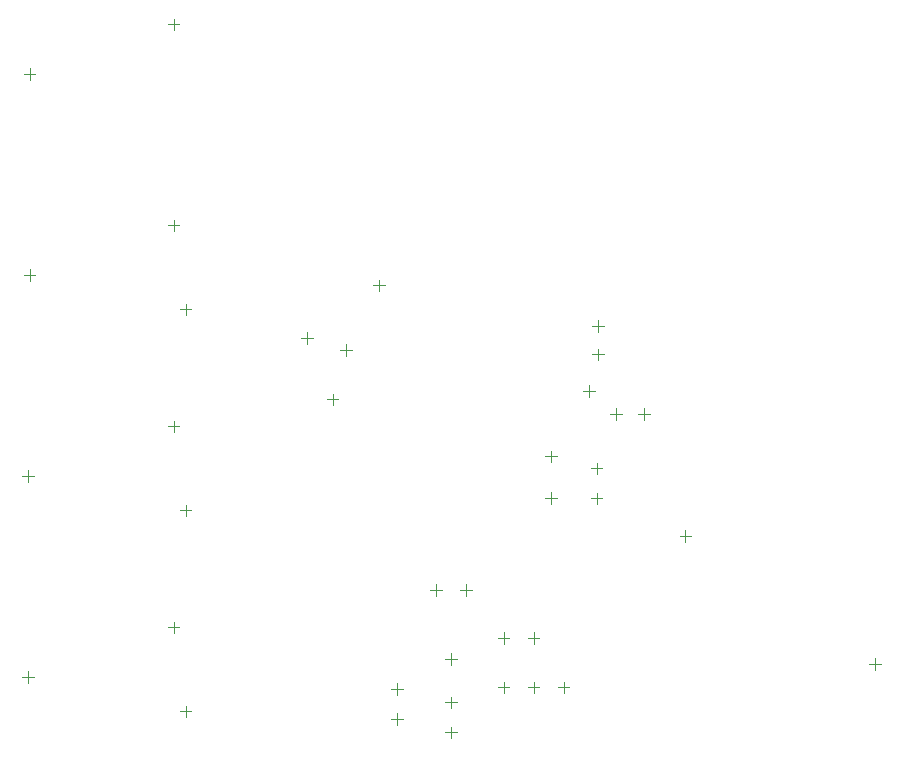
<source format=gbr>
%TF.GenerationSoftware,Altium Limited,Altium Designer,24.9.1 (31)*%
G04 Layer_Color=16711935*
%FSLAX45Y45*%
%MOMM*%
%TF.SameCoordinates,E37428AF-A4AF-452D-A059-51B4F3D01195*%
%TF.FilePolarity,Positive*%
%TF.FileFunction,Other,Top_Component_Center*%
%TF.Part,Single*%
G01*
G75*
%TA.AperFunction,NonConductor*%
%ADD51C,0.10000*%
D51*
X11176803Y7924800D02*
X11276802D01*
X11226800Y7874803D02*
Y7974802D01*
X14719299Y7493803D02*
Y7593802D01*
X14669302Y7543800D02*
X14769302D01*
X15060001Y7040000D02*
X15160001D01*
X15110001Y6990000D02*
Y7090000D01*
X14820000Y7041539D02*
X14920000D01*
X14870000Y6991539D02*
Y7091539D01*
X15410001Y6010000D02*
X15510001D01*
X15460001Y5960000D02*
Y6060000D01*
X14656602Y6324600D02*
X14756602D01*
X14706599Y6274603D02*
Y6374602D01*
X14270000Y6330000D02*
X14370000D01*
X14320000Y6280000D02*
Y6380000D01*
X9893300Y6465103D02*
Y6565102D01*
X9843303Y6515100D02*
X9943302D01*
X9906000Y9868703D02*
Y9968702D01*
X9856003Y9918700D02*
X9956002D01*
X11226800Y4471203D02*
Y4571202D01*
X11176803Y4521200D02*
X11276802D01*
X11226800Y6173003D02*
Y6273002D01*
X11176803Y6223000D02*
X11276802D01*
X9843303Y4813300D02*
X9943302D01*
X9893300Y4763303D02*
Y4863302D01*
X9856003Y8216900D02*
X9956002D01*
X9906000Y8166903D02*
Y8266902D01*
X11075203Y5232400D02*
X11175202D01*
X11125200Y5182403D02*
Y5282402D01*
X11075203Y6934200D02*
X11175202D01*
X11125200Y6884203D02*
Y6984202D01*
X11075203Y8636000D02*
X11175202D01*
X11125200Y8586003D02*
Y8686002D01*
X11075203Y10337800D02*
X11175202D01*
X11125200Y10287803D02*
Y10387802D01*
X14706599Y6528603D02*
Y6628602D01*
X14656602Y6578600D02*
X14756602D01*
X14270003Y6680000D02*
X14370003D01*
X14320000Y6630003D02*
Y6730003D01*
X12535703Y7581900D02*
X12635702D01*
X12585700Y7531903D02*
Y7631902D01*
X14643100Y7183603D02*
Y7283602D01*
X14593103Y7233600D02*
X14693102D01*
X14123203Y4724400D02*
X14223203D01*
X14173199Y4674403D02*
Y4774402D01*
X17066798Y4871700D02*
Y4971699D01*
X17016801Y4921702D02*
X17116801D01*
X13424702Y4965700D02*
X13524702D01*
X13474699Y4915703D02*
Y5015702D01*
X14173199Y5093503D02*
Y5193502D01*
X14123203Y5143500D02*
X14223203D01*
X13919200Y5093503D02*
Y5193502D01*
X13869203Y5143500D02*
X13969202D01*
X14719299Y7735103D02*
Y7835102D01*
X14669302Y7785100D02*
X14769302D01*
X12471400Y7112803D02*
Y7212802D01*
X12421403Y7162800D02*
X12521402D01*
X12205503Y7683500D02*
X12305502D01*
X12255500Y7633503D02*
Y7733502D01*
X12967503Y4457700D02*
X13067502D01*
X13017500Y4407703D02*
Y4507702D01*
X12967503Y4711700D02*
X13067502D01*
X13017500Y4661703D02*
Y4761702D01*
X13424702Y4597400D02*
X13524702D01*
X13474699Y4547403D02*
Y4647402D01*
X12815103Y8128000D02*
X12915102D01*
X12865100Y8078003D02*
Y8178002D01*
X13424702Y4343400D02*
X13524702D01*
X13474699Y4293403D02*
Y4393402D01*
X13297704Y5549900D02*
X13397702D01*
X13347701Y5499903D02*
Y5599902D01*
X13551703Y5549900D02*
X13651701D01*
X13601700Y5499903D02*
Y5599902D01*
X13919200Y4674403D02*
Y4774402D01*
X13869203Y4724400D02*
X13969202D01*
X14427200Y4674403D02*
Y4774402D01*
X14377203Y4724400D02*
X14477202D01*
%TF.MD5,25760ddd43ef6dfa9d33dccc341f25da*%
M02*

</source>
